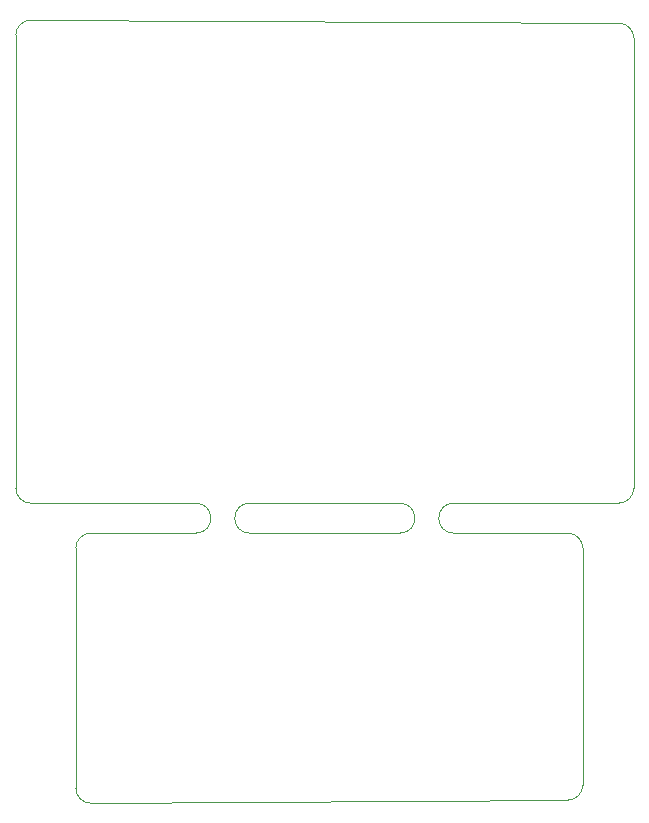
<source format=gbr>
G04 #@! TF.GenerationSoftware,KiCad,Pcbnew,(5.1.8-0-10_14)*
G04 #@! TF.CreationDate,2020-11-14T19:44:57+01:00*
G04 #@! TF.ProjectId,fet-amplifier,6665742d-616d-4706-9c69-666965722e6b,rev?*
G04 #@! TF.SameCoordinates,Original*
G04 #@! TF.FileFunction,Profile,NP*
%FSLAX46Y46*%
G04 Gerber Fmt 4.6, Leading zero omitted, Abs format (unit mm)*
G04 Created by KiCad (PCBNEW (5.1.8-0-10_14)) date 2020-11-14 19:44:57*
%MOMM*%
%LPD*%
G01*
G04 APERTURE LIST*
G04 #@! TA.AperFunction,Profile*
%ADD10C,0.050000*%
G04 #@! TD*
G04 APERTURE END LIST*
D10*
X116078000Y-77978000D02*
X116078000Y-116078000D01*
X65024000Y-76454000D02*
X114808000Y-76708000D01*
X63754000Y-116078000D02*
X63754000Y-77724000D01*
X68834000Y-121158000D02*
X68834000Y-141478000D01*
X110490000Y-142494000D02*
X70104000Y-142748000D01*
X111760000Y-121158000D02*
X111760000Y-141224000D01*
X100838000Y-119888000D02*
X110490000Y-119888000D01*
X78994000Y-119888000D02*
X70104000Y-119888000D01*
X78994000Y-117348000D02*
X65024000Y-117348000D01*
X100838000Y-117348000D02*
X114808000Y-117348000D01*
X111760000Y-141224000D02*
G75*
G02*
X110490000Y-142494000I-1270000J0D01*
G01*
X70104000Y-142748000D02*
G75*
G02*
X68834000Y-141478000I0J1270000D01*
G01*
X68834000Y-121158000D02*
G75*
G02*
X70104000Y-119888000I1270000J0D01*
G01*
X110490000Y-119888000D02*
G75*
G02*
X111760000Y-121158000I0J-1270000D01*
G01*
X96266000Y-119888000D02*
X83566000Y-119888000D01*
X83566000Y-117348000D02*
X96266000Y-117348000D01*
X78994000Y-117348000D02*
G75*
G02*
X78994000Y-119888000I0J-1270000D01*
G01*
X83566000Y-119888000D02*
G75*
G02*
X83566000Y-117348000I0J1270000D01*
G01*
X96266000Y-117348000D02*
G75*
G02*
X96266000Y-119888000I0J-1270000D01*
G01*
X100838000Y-119888000D02*
G75*
G02*
X100838000Y-117348000I0J1270000D01*
G01*
X116078000Y-116078000D02*
G75*
G02*
X114808000Y-117348000I-1270000J0D01*
G01*
X65024000Y-117348000D02*
G75*
G02*
X63754000Y-116078000I0J1270000D01*
G01*
X63754000Y-77724000D02*
G75*
G02*
X65024000Y-76454000I1270000J0D01*
G01*
X114808000Y-76708000D02*
G75*
G02*
X116078000Y-77978000I0J-1270000D01*
G01*
M02*

</source>
